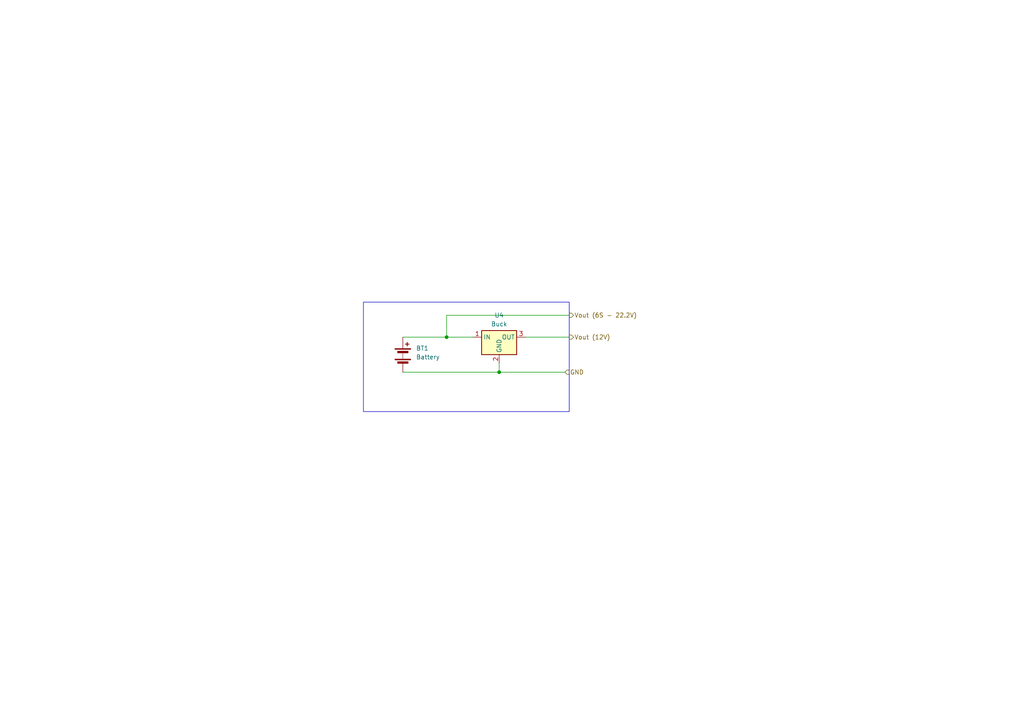
<source format=kicad_sch>
(kicad_sch (version 20231120) (generator "eeschema") (generator_version "8.0")
  (paper "A4")
  (lib_symbols
    (symbol "Converter_DCDC:OKI-78SR-3.3_1.5-W36H-C"
      (property "Reference" "U" (at -3.81 3.175 0))
      (property "Value" "OKI-78SR-3.3_1.5-W36H-C" (at 0 3.175 0))
      (symbol "OKI-78SR-3.3_1.5-W36H-C_0_1"
        (rectangle (start -5.08 1.905) (end 5.08 -5.08) (stroke (width 0.254)) (fill (type background)))
      )
      (symbol "OKI-78SR-3.3_1.5-W36H-C_1_1"
        (pin power_in line (at -7.62 0 0) (length 2.54) (name "IN") (number "1"))
        (pin power_in line (at 0 -7.62 90) (length 2.54) (name "GND") (number "2"))
        (pin power_out line (at 7.62 0 180) (length 2.54) (name "OUT") (number "3"))
      )
    )
    (symbol "Device:Battery" (pin_numbers hide) (pin_names (offset 0) hide)
      (property "Reference" "BT" (at 2.54 2.54 0))
      (property "Value" "Battery" (at 2.54 0 0))
      (symbol "Battery_0_1"
        (rectangle (start -2.286 -1.27) (end 2.286 -1.524) (fill (type outline)))
        (rectangle (start -2.286 1.778) (end 2.286 1.524) (fill (type outline)))
        (rectangle (start -1.524 -2.032) (end 1.524 -2.54) (fill (type outline)))
        (rectangle (start -1.524 1.016) (end 1.524 0.508) (fill (type outline)))
        (polyline (pts (xy 0 -1.016) (xy 0 -0.762)))
        (polyline (pts (xy 0 -0.508) (xy 0 -0.254)))
        (polyline (pts (xy 0 0) (xy 0 0.254)))
        (polyline (pts (xy 0 1.778) (xy 0 2.54)))
        (polyline (pts (xy 0.762 3.048) (xy 1.778 3.048)) (stroke (width 0.254)))
        (polyline (pts (xy 1.27 3.556) (xy 1.27 2.54)) (stroke (width 0.254)))
      )
      (symbol "Battery_1_1"
        (pin passive line (at 0 5.08 270) (length 2.54) (name "+") (number "1"))
        (pin passive line (at 0 -5.08 90) (length 2.54) (name "-") (number "2"))
      )
    )
  )
  (junction (at 144.78 107.95))
  (junction (at 129.54 97.79))
  (wire (pts (xy 144.78 105.41) (xy 144.78 107.95)))
  (wire (pts (xy 129.54 91.44) (xy 129.54 97.79)))
  (wire (pts (xy 144.78 107.95) (xy 163.83 107.95)))
  (wire (pts (xy 129.54 97.79) (xy 137.16 97.79)))
  (wire (pts (xy 152.4 97.79) (xy 165.1 97.79)))
  (wire (pts (xy 116.84 97.79) (xy 129.54 97.79)))
  (wire (pts (xy 116.84 107.95) (xy 144.78 107.95)))
  (wire (pts (xy 129.54 91.44) (xy 165.1 91.44)))
  (rectangle (start 105.41 87.63) (end 165.1 119.38))
  (hierarchical_label "GND" (shape input) (at 163.83 107.95 0))
  (hierarchical_label "Vout (12V)" (shape output) (at 165.1 97.79 0))
  (hierarchical_label "Vout (6S - 22.2V)" (shape output) (at 165.1 91.44 0))
  (symbol (lib_id "Device:Battery") (at 116.84 102.87 0) (unit 1)
    (property "Reference" "BT1" (at 120.65 101.0284 0) (effects (justify left)))
    (property "Value" "Battery" (at 120.65 103.5684 0) (effects (justify left)))
    (property "Description" "Multiple-cell battery" (effects (hide yes)))
  )
  (symbol (lib_id "Converter_DCDC:OKI-78SR-3.3_1.5-W36H-C") (at 144.78 97.79 0) (unit 1)
    (property "Reference" "U4" (at 144.78 91.44 0))
    (property "Value" "Buck" (at 144.78 93.98 0))
    (property "Footprint" "Converter_DCDC:Converter_DCDC_Murata_OKI-78SR_Vertical" (effects (hide yes)))
    (property "Datasheet" "https://power.murata.com/data/power/oki-78sr.pdf" (effects (hide yes)))
    (property "Description" "1.5A Step-Down DC/DC-Regulator, 7-36V input, 3.3V fixed Output Voltage, LM78xx replacement, -40°C to +85°C, OKI-78SR_Horizontal" (effects (hide yes)))
  )
)
</source>
